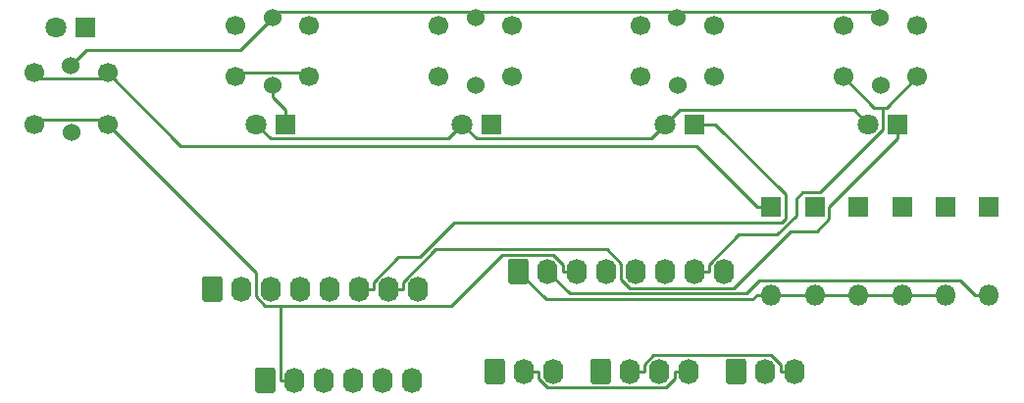
<source format=gbr>
G04 #@! TF.GenerationSoftware,KiCad,Pcbnew,(5.1.5-0-10_14)*
G04 #@! TF.CreationDate,2021-10-24T14:20:49+10:00*
G04 #@! TF.ProjectId,RWR_Control_Panel,5257525f-436f-46e7-9472-6f6c5f50616e,-*
G04 #@! TF.SameCoordinates,Original*
G04 #@! TF.FileFunction,Copper,L1,Top*
G04 #@! TF.FilePolarity,Positive*
%FSLAX46Y46*%
G04 Gerber Fmt 4.6, Leading zero omitted, Abs format (unit mm)*
G04 Created by KiCad (PCBNEW (5.1.5-0-10_14)) date 2021-10-24 14:20:49*
%MOMM*%
%LPD*%
G04 APERTURE LIST*
%ADD10O,1.740000X2.190000*%
%ADD11C,0.100000*%
%ADD12O,1.800000X1.800000*%
%ADD13R,1.800000X1.800000*%
%ADD14C,1.800000*%
%ADD15C,1.524000*%
%ADD16C,1.700000*%
%ADD17C,0.250000*%
G04 APERTURE END LIST*
D10*
X168434000Y-108109000D03*
X165894000Y-108109000D03*
X163354000Y-108109000D03*
X160814000Y-108109000D03*
X158274000Y-108109000D03*
X155734000Y-108109000D03*
X153194000Y-108109000D03*
G04 #@! TA.AperFunction,ComponentPad*
D11*
G36*
X151298505Y-107015204D02*
G01*
X151322773Y-107018804D01*
X151346572Y-107024765D01*
X151369671Y-107033030D01*
X151391850Y-107043520D01*
X151412893Y-107056132D01*
X151432599Y-107070747D01*
X151450777Y-107087223D01*
X151467253Y-107105401D01*
X151481868Y-107125107D01*
X151494480Y-107146150D01*
X151504970Y-107168329D01*
X151513235Y-107191428D01*
X151519196Y-107215227D01*
X151522796Y-107239495D01*
X151524000Y-107263999D01*
X151524000Y-108954001D01*
X151522796Y-108978505D01*
X151519196Y-109002773D01*
X151513235Y-109026572D01*
X151504970Y-109049671D01*
X151494480Y-109071850D01*
X151481868Y-109092893D01*
X151467253Y-109112599D01*
X151450777Y-109130777D01*
X151432599Y-109147253D01*
X151412893Y-109161868D01*
X151391850Y-109174480D01*
X151369671Y-109184970D01*
X151346572Y-109193235D01*
X151322773Y-109199196D01*
X151298505Y-109202796D01*
X151274001Y-109204000D01*
X150033999Y-109204000D01*
X150009495Y-109202796D01*
X149985227Y-109199196D01*
X149961428Y-109193235D01*
X149938329Y-109184970D01*
X149916150Y-109174480D01*
X149895107Y-109161868D01*
X149875401Y-109147253D01*
X149857223Y-109130777D01*
X149840747Y-109112599D01*
X149826132Y-109092893D01*
X149813520Y-109071850D01*
X149803030Y-109049671D01*
X149794765Y-109026572D01*
X149788804Y-109002773D01*
X149785204Y-108978505D01*
X149784000Y-108954001D01*
X149784000Y-107263999D01*
X149785204Y-107239495D01*
X149788804Y-107215227D01*
X149794765Y-107191428D01*
X149803030Y-107168329D01*
X149813520Y-107146150D01*
X149826132Y-107125107D01*
X149840747Y-107105401D01*
X149857223Y-107087223D01*
X149875401Y-107070747D01*
X149895107Y-107056132D01*
X149916150Y-107043520D01*
X149938329Y-107033030D01*
X149961428Y-107024765D01*
X149985227Y-107018804D01*
X150009495Y-107015204D01*
X150033999Y-107014000D01*
X151274001Y-107014000D01*
X151298505Y-107015204D01*
G37*
G04 #@! TD.AperFunction*
D10*
X165386000Y-116745000D03*
X162846000Y-116745000D03*
X160306000Y-116745000D03*
G04 #@! TA.AperFunction,ComponentPad*
D11*
G36*
X158410505Y-115651204D02*
G01*
X158434773Y-115654804D01*
X158458572Y-115660765D01*
X158481671Y-115669030D01*
X158503850Y-115679520D01*
X158524893Y-115692132D01*
X158544599Y-115706747D01*
X158562777Y-115723223D01*
X158579253Y-115741401D01*
X158593868Y-115761107D01*
X158606480Y-115782150D01*
X158616970Y-115804329D01*
X158625235Y-115827428D01*
X158631196Y-115851227D01*
X158634796Y-115875495D01*
X158636000Y-115899999D01*
X158636000Y-117590001D01*
X158634796Y-117614505D01*
X158631196Y-117638773D01*
X158625235Y-117662572D01*
X158616970Y-117685671D01*
X158606480Y-117707850D01*
X158593868Y-117728893D01*
X158579253Y-117748599D01*
X158562777Y-117766777D01*
X158544599Y-117783253D01*
X158524893Y-117797868D01*
X158503850Y-117810480D01*
X158481671Y-117820970D01*
X158458572Y-117829235D01*
X158434773Y-117835196D01*
X158410505Y-117838796D01*
X158386001Y-117840000D01*
X157145999Y-117840000D01*
X157121495Y-117838796D01*
X157097227Y-117835196D01*
X157073428Y-117829235D01*
X157050329Y-117820970D01*
X157028150Y-117810480D01*
X157007107Y-117797868D01*
X156987401Y-117783253D01*
X156969223Y-117766777D01*
X156952747Y-117748599D01*
X156938132Y-117728893D01*
X156925520Y-117707850D01*
X156915030Y-117685671D01*
X156906765Y-117662572D01*
X156900804Y-117638773D01*
X156897204Y-117614505D01*
X156896000Y-117590001D01*
X156896000Y-115899999D01*
X156897204Y-115875495D01*
X156900804Y-115851227D01*
X156906765Y-115827428D01*
X156915030Y-115804329D01*
X156925520Y-115782150D01*
X156938132Y-115761107D01*
X156952747Y-115741401D01*
X156969223Y-115723223D01*
X156987401Y-115706747D01*
X157007107Y-115692132D01*
X157028150Y-115679520D01*
X157050329Y-115669030D01*
X157073428Y-115660765D01*
X157097227Y-115654804D01*
X157121495Y-115651204D01*
X157145999Y-115650000D01*
X158386001Y-115650000D01*
X158410505Y-115651204D01*
G37*
G04 #@! TD.AperFunction*
D10*
X141510000Y-117507000D03*
X138970000Y-117507000D03*
X136430000Y-117507000D03*
X133890000Y-117507000D03*
X131350000Y-117507000D03*
G04 #@! TA.AperFunction,ComponentPad*
D11*
G36*
X129454505Y-116413204D02*
G01*
X129478773Y-116416804D01*
X129502572Y-116422765D01*
X129525671Y-116431030D01*
X129547850Y-116441520D01*
X129568893Y-116454132D01*
X129588599Y-116468747D01*
X129606777Y-116485223D01*
X129623253Y-116503401D01*
X129637868Y-116523107D01*
X129650480Y-116544150D01*
X129660970Y-116566329D01*
X129669235Y-116589428D01*
X129675196Y-116613227D01*
X129678796Y-116637495D01*
X129680000Y-116661999D01*
X129680000Y-118352001D01*
X129678796Y-118376505D01*
X129675196Y-118400773D01*
X129669235Y-118424572D01*
X129660970Y-118447671D01*
X129650480Y-118469850D01*
X129637868Y-118490893D01*
X129623253Y-118510599D01*
X129606777Y-118528777D01*
X129588599Y-118545253D01*
X129568893Y-118559868D01*
X129547850Y-118572480D01*
X129525671Y-118582970D01*
X129502572Y-118591235D01*
X129478773Y-118597196D01*
X129454505Y-118600796D01*
X129430001Y-118602000D01*
X128189999Y-118602000D01*
X128165495Y-118600796D01*
X128141227Y-118597196D01*
X128117428Y-118591235D01*
X128094329Y-118582970D01*
X128072150Y-118572480D01*
X128051107Y-118559868D01*
X128031401Y-118545253D01*
X128013223Y-118528777D01*
X127996747Y-118510599D01*
X127982132Y-118490893D01*
X127969520Y-118469850D01*
X127959030Y-118447671D01*
X127950765Y-118424572D01*
X127944804Y-118400773D01*
X127941204Y-118376505D01*
X127940000Y-118352001D01*
X127940000Y-116661999D01*
X127941204Y-116637495D01*
X127944804Y-116613227D01*
X127950765Y-116589428D01*
X127959030Y-116566329D01*
X127969520Y-116544150D01*
X127982132Y-116523107D01*
X127996747Y-116503401D01*
X128013223Y-116485223D01*
X128031401Y-116468747D01*
X128051107Y-116454132D01*
X128072150Y-116441520D01*
X128094329Y-116431030D01*
X128117428Y-116422765D01*
X128141227Y-116416804D01*
X128165495Y-116413204D01*
X128189999Y-116412000D01*
X129430001Y-116412000D01*
X129454505Y-116413204D01*
G37*
G04 #@! TD.AperFunction*
D10*
X153702000Y-116745000D03*
X151162000Y-116745000D03*
G04 #@! TA.AperFunction,ComponentPad*
D11*
G36*
X149266505Y-115651204D02*
G01*
X149290773Y-115654804D01*
X149314572Y-115660765D01*
X149337671Y-115669030D01*
X149359850Y-115679520D01*
X149380893Y-115692132D01*
X149400599Y-115706747D01*
X149418777Y-115723223D01*
X149435253Y-115741401D01*
X149449868Y-115761107D01*
X149462480Y-115782150D01*
X149472970Y-115804329D01*
X149481235Y-115827428D01*
X149487196Y-115851227D01*
X149490796Y-115875495D01*
X149492000Y-115899999D01*
X149492000Y-117590001D01*
X149490796Y-117614505D01*
X149487196Y-117638773D01*
X149481235Y-117662572D01*
X149472970Y-117685671D01*
X149462480Y-117707850D01*
X149449868Y-117728893D01*
X149435253Y-117748599D01*
X149418777Y-117766777D01*
X149400599Y-117783253D01*
X149380893Y-117797868D01*
X149359850Y-117810480D01*
X149337671Y-117820970D01*
X149314572Y-117829235D01*
X149290773Y-117835196D01*
X149266505Y-117838796D01*
X149242001Y-117840000D01*
X148001999Y-117840000D01*
X147977495Y-117838796D01*
X147953227Y-117835196D01*
X147929428Y-117829235D01*
X147906329Y-117820970D01*
X147884150Y-117810480D01*
X147863107Y-117797868D01*
X147843401Y-117783253D01*
X147825223Y-117766777D01*
X147808747Y-117748599D01*
X147794132Y-117728893D01*
X147781520Y-117707850D01*
X147771030Y-117685671D01*
X147762765Y-117662572D01*
X147756804Y-117638773D01*
X147753204Y-117614505D01*
X147752000Y-117590001D01*
X147752000Y-115899999D01*
X147753204Y-115875495D01*
X147756804Y-115851227D01*
X147762765Y-115827428D01*
X147771030Y-115804329D01*
X147781520Y-115782150D01*
X147794132Y-115761107D01*
X147808747Y-115741401D01*
X147825223Y-115723223D01*
X147843401Y-115706747D01*
X147863107Y-115692132D01*
X147884150Y-115679520D01*
X147906329Y-115669030D01*
X147929428Y-115660765D01*
X147953227Y-115654804D01*
X147977495Y-115651204D01*
X148001999Y-115650000D01*
X149242001Y-115650000D01*
X149266505Y-115651204D01*
G37*
G04 #@! TD.AperFunction*
D10*
X174530000Y-116745000D03*
X171990000Y-116745000D03*
G04 #@! TA.AperFunction,ComponentPad*
D11*
G36*
X170094505Y-115651204D02*
G01*
X170118773Y-115654804D01*
X170142572Y-115660765D01*
X170165671Y-115669030D01*
X170187850Y-115679520D01*
X170208893Y-115692132D01*
X170228599Y-115706747D01*
X170246777Y-115723223D01*
X170263253Y-115741401D01*
X170277868Y-115761107D01*
X170290480Y-115782150D01*
X170300970Y-115804329D01*
X170309235Y-115827428D01*
X170315196Y-115851227D01*
X170318796Y-115875495D01*
X170320000Y-115899999D01*
X170320000Y-117590001D01*
X170318796Y-117614505D01*
X170315196Y-117638773D01*
X170309235Y-117662572D01*
X170300970Y-117685671D01*
X170290480Y-117707850D01*
X170277868Y-117728893D01*
X170263253Y-117748599D01*
X170246777Y-117766777D01*
X170228599Y-117783253D01*
X170208893Y-117797868D01*
X170187850Y-117810480D01*
X170165671Y-117820970D01*
X170142572Y-117829235D01*
X170118773Y-117835196D01*
X170094505Y-117838796D01*
X170070001Y-117840000D01*
X168829999Y-117840000D01*
X168805495Y-117838796D01*
X168781227Y-117835196D01*
X168757428Y-117829235D01*
X168734329Y-117820970D01*
X168712150Y-117810480D01*
X168691107Y-117797868D01*
X168671401Y-117783253D01*
X168653223Y-117766777D01*
X168636747Y-117748599D01*
X168622132Y-117728893D01*
X168609520Y-117707850D01*
X168599030Y-117685671D01*
X168590765Y-117662572D01*
X168584804Y-117638773D01*
X168581204Y-117614505D01*
X168580000Y-117590001D01*
X168580000Y-115899999D01*
X168581204Y-115875495D01*
X168584804Y-115851227D01*
X168590765Y-115827428D01*
X168599030Y-115804329D01*
X168609520Y-115782150D01*
X168622132Y-115761107D01*
X168636747Y-115741401D01*
X168653223Y-115723223D01*
X168671401Y-115706747D01*
X168691107Y-115692132D01*
X168712150Y-115679520D01*
X168734329Y-115669030D01*
X168757428Y-115660765D01*
X168781227Y-115654804D01*
X168805495Y-115651204D01*
X168829999Y-115650000D01*
X170070001Y-115650000D01*
X170094505Y-115651204D01*
G37*
G04 #@! TD.AperFunction*
D10*
X142018000Y-109633000D03*
X139478000Y-109633000D03*
X136938000Y-109633000D03*
X134398000Y-109633000D03*
X131858000Y-109633000D03*
X129318000Y-109633000D03*
X126778000Y-109633000D03*
G04 #@! TA.AperFunction,ComponentPad*
D11*
G36*
X124882505Y-108539204D02*
G01*
X124906773Y-108542804D01*
X124930572Y-108548765D01*
X124953671Y-108557030D01*
X124975850Y-108567520D01*
X124996893Y-108580132D01*
X125016599Y-108594747D01*
X125034777Y-108611223D01*
X125051253Y-108629401D01*
X125065868Y-108649107D01*
X125078480Y-108670150D01*
X125088970Y-108692329D01*
X125097235Y-108715428D01*
X125103196Y-108739227D01*
X125106796Y-108763495D01*
X125108000Y-108787999D01*
X125108000Y-110478001D01*
X125106796Y-110502505D01*
X125103196Y-110526773D01*
X125097235Y-110550572D01*
X125088970Y-110573671D01*
X125078480Y-110595850D01*
X125065868Y-110616893D01*
X125051253Y-110636599D01*
X125034777Y-110654777D01*
X125016599Y-110671253D01*
X124996893Y-110685868D01*
X124975850Y-110698480D01*
X124953671Y-110708970D01*
X124930572Y-110717235D01*
X124906773Y-110723196D01*
X124882505Y-110726796D01*
X124858001Y-110728000D01*
X123617999Y-110728000D01*
X123593495Y-110726796D01*
X123569227Y-110723196D01*
X123545428Y-110717235D01*
X123522329Y-110708970D01*
X123500150Y-110698480D01*
X123479107Y-110685868D01*
X123459401Y-110671253D01*
X123441223Y-110654777D01*
X123424747Y-110636599D01*
X123410132Y-110616893D01*
X123397520Y-110595850D01*
X123387030Y-110573671D01*
X123378765Y-110550572D01*
X123372804Y-110526773D01*
X123369204Y-110502505D01*
X123368000Y-110478001D01*
X123368000Y-108787999D01*
X123369204Y-108763495D01*
X123372804Y-108739227D01*
X123378765Y-108715428D01*
X123387030Y-108692329D01*
X123397520Y-108670150D01*
X123410132Y-108649107D01*
X123424747Y-108629401D01*
X123441223Y-108611223D01*
X123459401Y-108594747D01*
X123479107Y-108580132D01*
X123500150Y-108567520D01*
X123522329Y-108557030D01*
X123545428Y-108548765D01*
X123569227Y-108542804D01*
X123593495Y-108539204D01*
X123617999Y-108538000D01*
X124858001Y-108538000D01*
X124882505Y-108539204D01*
G37*
G04 #@! TD.AperFunction*
D12*
X191294000Y-110141000D03*
D13*
X191294000Y-102521000D03*
D12*
X187535000Y-110141000D03*
D13*
X187535000Y-102521000D03*
D14*
X180880000Y-95408800D03*
D13*
X183420000Y-95408800D03*
D12*
X183775000Y-110141000D03*
D13*
X183775000Y-102521000D03*
D14*
X163354000Y-95408800D03*
D13*
X165894000Y-95408800D03*
D12*
X180016000Y-110141000D03*
D13*
X180016000Y-102521000D03*
D14*
X145828000Y-95408800D03*
D13*
X148368000Y-95408800D03*
D12*
X176257000Y-110141000D03*
D13*
X176257000Y-102521000D03*
D14*
X128048000Y-95408800D03*
D13*
X130588000Y-95408800D03*
D12*
X172498000Y-110141000D03*
D13*
X172498000Y-102521000D03*
D14*
X110776000Y-87026800D03*
D13*
X113316000Y-87026800D03*
D15*
X181936000Y-92037800D03*
X181896000Y-86246800D03*
D16*
X185071000Y-91326800D03*
X178721000Y-91326800D03*
X185071000Y-86881800D03*
X178721000Y-86881800D03*
D15*
X164410000Y-92037800D03*
X164370000Y-86246800D03*
D16*
X167545000Y-91326800D03*
X161195000Y-91326800D03*
X167545000Y-86881800D03*
X161195000Y-86881800D03*
D15*
X147011000Y-92037800D03*
X146971000Y-86246800D03*
D16*
X150146000Y-91326800D03*
X143796000Y-91326800D03*
X150146000Y-86881800D03*
X143796000Y-86881800D03*
D15*
X129485000Y-92037800D03*
X129445000Y-86246800D03*
D16*
X132620000Y-91326800D03*
X126270000Y-91326800D03*
X132620000Y-86881800D03*
X126270000Y-86881800D03*
D15*
X112086000Y-96137800D03*
X112046000Y-90346800D03*
D16*
X115221000Y-95426800D03*
X108871000Y-95426800D03*
X115221000Y-90981800D03*
X108871000Y-90981800D03*
D17*
X172498000Y-110141000D02*
X171272700Y-110141000D01*
X171272700Y-110141000D02*
X170892000Y-110521700D01*
X170892000Y-110521700D02*
X153066700Y-110521700D01*
X153066700Y-110521700D02*
X150654000Y-108109000D01*
X176257000Y-110141000D02*
X172498000Y-110141000D01*
X183775000Y-110141000D02*
X187535000Y-110141000D01*
X180016000Y-110141000D02*
X183775000Y-110141000D01*
X176257000Y-110141000D02*
X180016000Y-110141000D01*
X191294000Y-110141000D02*
X190068700Y-110141000D01*
X190068700Y-110141000D02*
X188831500Y-108903800D01*
X188831500Y-108903800D02*
X171425400Y-108903800D01*
X171425400Y-108903800D02*
X170318700Y-110010500D01*
X170318700Y-110010500D02*
X155095500Y-110010500D01*
X155095500Y-110010500D02*
X153194000Y-108109000D01*
X182143300Y-93977900D02*
X182419900Y-93977900D01*
X182419900Y-93977900D02*
X185071000Y-91326800D01*
X178721000Y-91326800D02*
X181372100Y-93977900D01*
X181372100Y-93977900D02*
X182143300Y-93977900D01*
X167089300Y-108109000D02*
X167089300Y-107511300D01*
X167089300Y-107511300D02*
X169640600Y-104960000D01*
X169640600Y-104960000D02*
X172978300Y-104960000D01*
X172978300Y-104960000D02*
X174624000Y-103314300D01*
X174624000Y-103314300D02*
X174624000Y-101858700D01*
X174624000Y-101858700D02*
X175187100Y-101295600D01*
X175187100Y-101295600D02*
X176728800Y-101295600D01*
X176728800Y-101295600D02*
X182143300Y-95881100D01*
X182143300Y-95881100D02*
X182143300Y-93977900D01*
X165894000Y-108109000D02*
X167089300Y-108109000D01*
X126270000Y-91326800D02*
X126660600Y-90936200D01*
X126660600Y-90936200D02*
X132229400Y-90936200D01*
X132229400Y-90936200D02*
X132620000Y-91326800D01*
X155734000Y-108109000D02*
X154538700Y-108109000D01*
X130154700Y-111064500D02*
X144900200Y-111064500D01*
X144900200Y-111064500D02*
X149286700Y-106678000D01*
X149286700Y-106678000D02*
X153705300Y-106678000D01*
X153705300Y-106678000D02*
X154538700Y-107511400D01*
X154538700Y-107511400D02*
X154538700Y-108109000D01*
X115221000Y-95426800D02*
X128005900Y-108211700D01*
X128005900Y-108211700D02*
X128005900Y-110258800D01*
X128005900Y-110258800D02*
X128811600Y-111064500D01*
X128811600Y-111064500D02*
X130154700Y-111064500D01*
X130154700Y-117507000D02*
X130154700Y-111064500D01*
X131350000Y-117507000D02*
X130154700Y-117507000D01*
X108871000Y-95426800D02*
X109297900Y-94999900D01*
X109297900Y-94999900D02*
X114794100Y-94999900D01*
X114794100Y-94999900D02*
X115221000Y-95426800D01*
X160306000Y-116745000D02*
X161501300Y-116745000D01*
X174530000Y-116745000D02*
X173334700Y-116745000D01*
X173334700Y-116745000D02*
X173334700Y-116147400D01*
X173334700Y-116147400D02*
X172503700Y-115316400D01*
X172503700Y-115316400D02*
X162332200Y-115316400D01*
X162332200Y-115316400D02*
X161501300Y-116147300D01*
X161501300Y-116147300D02*
X161501300Y-116745000D01*
X165386000Y-116745000D02*
X164190700Y-116745000D01*
X151162000Y-116745000D02*
X152357300Y-116745000D01*
X152357300Y-116745000D02*
X152357300Y-117342700D01*
X152357300Y-117342700D02*
X153183100Y-118168500D01*
X153183100Y-118168500D02*
X163364800Y-118168500D01*
X163364800Y-118168500D02*
X164190700Y-117342600D01*
X164190700Y-117342600D02*
X164190700Y-116745000D01*
X145828000Y-95408800D02*
X147053400Y-96634200D01*
X147053400Y-96634200D02*
X162128600Y-96634200D01*
X162128600Y-96634200D02*
X163354000Y-95408800D01*
X128048000Y-95408800D02*
X129273400Y-96634200D01*
X129273400Y-96634200D02*
X144602600Y-96634200D01*
X144602600Y-96634200D02*
X145828000Y-95408800D01*
X163354000Y-95408800D02*
X164606500Y-94156300D01*
X164606500Y-94156300D02*
X179627500Y-94156300D01*
X179627500Y-94156300D02*
X180880000Y-95408800D01*
X130588000Y-95408800D02*
X130588000Y-94183500D01*
X129485000Y-92037800D02*
X129485000Y-93080500D01*
X129485000Y-93080500D02*
X130588000Y-94183500D01*
X136938000Y-109633000D02*
X138133300Y-109633000D01*
X165894000Y-95408800D02*
X167650700Y-95408800D01*
X167650700Y-95408800D02*
X173723400Y-101481500D01*
X173723400Y-101481500D02*
X173723400Y-103555700D01*
X173723400Y-103555700D02*
X173369700Y-103909400D01*
X173369700Y-103909400D02*
X145121400Y-103909400D01*
X145121400Y-103909400D02*
X142157500Y-106873300D01*
X142157500Y-106873300D02*
X140295300Y-106873300D01*
X140295300Y-106873300D02*
X138133300Y-109035300D01*
X138133300Y-109035300D02*
X138133300Y-109633000D01*
X183420000Y-96634100D02*
X177482400Y-102571700D01*
X177482400Y-102571700D02*
X177482400Y-103568700D01*
X177482400Y-103568700D02*
X176422500Y-104628600D01*
X176422500Y-104628600D02*
X174165500Y-104628600D01*
X174165500Y-104628600D02*
X169255200Y-109538900D01*
X169255200Y-109538900D02*
X160298700Y-109538900D01*
X160298700Y-109538900D02*
X159544000Y-108784200D01*
X159544000Y-108784200D02*
X159544000Y-107445400D01*
X159544000Y-107445400D02*
X158292900Y-106194300D01*
X158292900Y-106194300D02*
X143514300Y-106194300D01*
X143514300Y-106194300D02*
X140673300Y-109035300D01*
X140673300Y-109035300D02*
X140673300Y-109633000D01*
X183420000Y-95408800D02*
X183420000Y-96634100D01*
X139478000Y-109633000D02*
X140673300Y-109633000D01*
X164370000Y-86246800D02*
X163814800Y-85691600D01*
X163814800Y-85691600D02*
X147526200Y-85691600D01*
X147526200Y-85691600D02*
X146971000Y-86246800D01*
X181896000Y-86246800D02*
X181340800Y-85691600D01*
X181340800Y-85691600D02*
X164925200Y-85691600D01*
X164925200Y-85691600D02*
X164370000Y-86246800D01*
X129445000Y-86246800D02*
X129985400Y-85706400D01*
X129985400Y-85706400D02*
X146430600Y-85706400D01*
X146430600Y-85706400D02*
X146971000Y-86246800D01*
X112046000Y-90346800D02*
X113399600Y-88993200D01*
X113399600Y-88993200D02*
X126698600Y-88993200D01*
X126698600Y-88993200D02*
X129445000Y-86246800D01*
X171272700Y-102521000D02*
X166021400Y-97269700D01*
X166021400Y-97269700D02*
X121508900Y-97269700D01*
X121508900Y-97269700D02*
X115221000Y-90981800D01*
X108871000Y-90981800D02*
X109327100Y-91437900D01*
X109327100Y-91437900D02*
X114764900Y-91437900D01*
X114764900Y-91437900D02*
X115221000Y-90981800D01*
X172498000Y-102521000D02*
X171272700Y-102521000D01*
M02*

</source>
